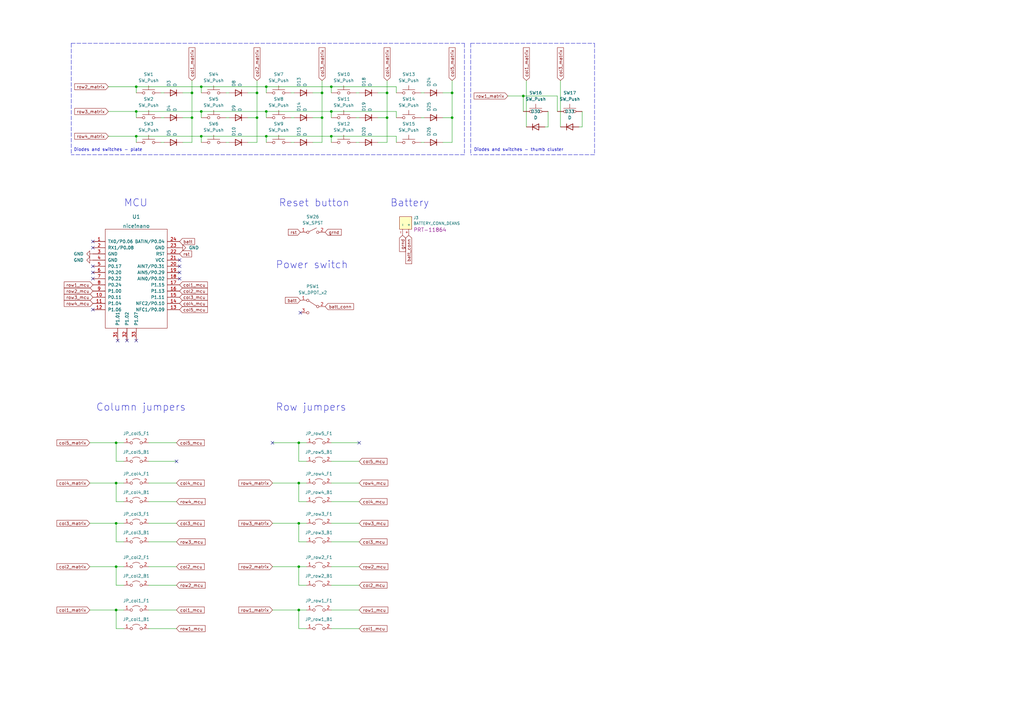
<source format=kicad_sch>
(kicad_sch (version 20211123) (generator eeschema)
  (paper "A3")
  (title_block (title "Enzo Wireless") (rev "0.1"))
  (lib_symbols
    (symbol "Device:D" (pin_numbers hide) (pin_names (offset 1.016) hide)
      (property "Reference" "D" (at 0 2.54 0))
      (property "Value" "D" (at 0 -2.54 0))
      (symbol "D_0_1"
        (polyline (pts (xy -1.27 1.27) (xy -1.27 -1.27)) (stroke (width 0.254)))
        (polyline (pts (xy 1.27 0) (xy -1.27 0)))
        (polyline (pts (xy 1.27 1.27) (xy 1.27 -1.27) (xy -1.27 0) (xy 1.27 1.27)) (stroke (width 0.254)))
      )
      (symbol "D_1_1"
        (pin passive line (at -3.81 0 0) (length 2.54) (name "K") (number "1"))
        (pin passive line (at 3.81 0 180) (length 2.54) (name "A") (number "2"))
      )
    )
    (symbol "Jumper:Jumper_2_Open" (pin_names (offset 0) hide)
      (property "Reference" "JP" (at 0 2.794 0))
      (property "Value" "Jumper_2_Open" (at 0 -2.286 0))
      (symbol "Jumper_2_Open_0_0"
        (circle (center -2.032 0) (radius 0.508))
        (circle (center 2.032 0) (radius 0.508))
      )
      (symbol "Jumper_2_Open_0_1"
        (arc (start 1.524 1.27) (mid 0 1.778) (end -1.524 1.27))
      )
      (symbol "Jumper_2_Open_1_1"
        (pin passive line (at -5.08 0 0) (length 2.54) (name "A") (number "1"))
        (pin passive line (at 5.08 0 180) (length 2.54) (name "B") (number "2"))
      )
    )
    (symbol "SparkFun-Connectors:BATTERY_CONN_DEANS" (pin_names (offset 1.016))
      (property "Reference" "J" (at -5.08 5.08 0))
      (property "Value" "BATTERY_CONN_DEANS" (at -5.08 -3.81 0))
      (property "Field4" "PRT-11864" (at 0 8.89 0))
      (symbol "BATTERY_CONN_DEANS_0_1"
        (rectangle (start 0 3.81) (end -5.08 -1.27) (fill (type background)))
      )
      (symbol "BATTERY_CONN_DEANS_1_1"
        (pin passive line (at 2.54 2.54 180) (length 2.54) (name "+") (number "+"))
        (pin passive line (at 2.54 0 180) (length 2.54) (name "-") (number "-"))
      )
    )
    (symbol "Switch:SW_Push" (pin_numbers hide) (pin_names hide)
      (property "Reference" "SW" (at 1.27 2.54 0))
      (property "Value" "SW_Push" (at 0 -1.524 0))
      (symbol "SW_Push_0_1"
        (circle (center -2.032 0) (radius 0.508))
        (polyline (pts (xy 0 1.27) (xy 0 3.048)))
        (polyline (pts (xy 2.54 1.27) (xy -2.54 1.27)))
        (circle (center 2.032 0) (radius 0.508))
        (pin passive line (at -5.08 0 0) (length 2.54) (name "1") (number "1"))
        (pin passive line (at 5.08 0 180) (length 2.54) (name "2") (number "2"))
      )
    )
    (symbol "Switch:SW_SPST" (pin_names (offset 0) hide)
      (property "Reference" "SW" (at 0 3.175 0))
      (property "Value" "SW_SPST" (at 0 -2.54 0))
      (symbol "SW_SPST_0_0"
        (circle (center -2.032 0) (radius 0.508))
        (polyline (pts (xy -1.524 0.254) (xy 1.524 1.778)))
        (circle (center 2.032 0) (radius 0.508))
      )
      (symbol "SW_SPST_1_1"
        (pin passive line (at -5.08 0 0) (length 2.54) (name "A") (number "1"))
        (pin passive line (at 5.08 0 180) (length 2.54) (name "B") (number "2"))
      )
    )
    (symbol "jiran-ble:SW_DPDT" (pin_names hide)
      (property "Reference" "SW" (at 0 7.62 0))
      (property "Value" "SW_DPDT" (at 0 5.715 0))
      (symbol "SW_DPDT_0_0"
        (circle (center -3.302 0) (radius 0.508))
        (circle (center 0.762 -2.54) (radius 0.508))
      )
      (symbol "SW_DPDT_0_1"
        (polyline (pts (xy -2.794 0.254) (xy 0.381 2.286)))
        (circle (center 0.762 2.54) (radius 0.508))
      )
      (symbol "SW_DPDT_1_1"
        (pin passive line (at 3.81 2.54 180) (length 2.54) (name "A") (number "1"))
        (pin passive line (at -6.35 0 0) (length 2.54) (name "B") (number "2"))
        (pin passive line (at 3.81 -2.54 180) (length 2.54) (name "C") (number "3"))
      )
    )
    (symbol "nice_nano:nice_nano" (pin_names (offset 1.016))
      (property "Reference" "U" (at 0 0 0))
      (property "Value" "nice_nano" (at 0 2.54 0))
      (symbol "nice_nano_0_1"
        (rectangle (start -12.7 -21.59) (end 12.7 19.05))
      )
      (symbol "nice_nano_1_1"
        (pin input line (at -17.78 13.97 0) (length 5.08) (name "TX0/P0.06") (number "1"))
        (pin input line (at -17.78 -8.89 0) (length 5.08) (name "P0.11") (number "10"))
        (pin input line (at -17.78 -11.43 0) (length 5.08) (name "P1.04") (number "11"))
        (pin input line (at -17.78 -13.97 0) (length 5.08) (name "P1.06") (number "12"))
        (pin input line (at 17.78 -13.97 180) (length 5.08) (name "NFC1/P0.09") (number "13"))
        (pin input line (at 17.78 -11.43 180) (length 5.08) (name "NFC2/P0.10") (number "14"))
        (pin input line (at 17.78 -8.89 180) (length 5.08) (name "P1.11") (number "15"))
        (pin input line (at 17.78 -6.35 180) (length 5.08) (name "P1.13") (number "16"))
        (pin input line (at 17.78 -3.81 180) (length 5.08) (name "P1.15") (number "17"))
        (pin input line (at 17.78 -1.27 180) (length 5.08) (name "AIN0/P0.02") (number "18"))
        (pin input line (at 17.78 1.27 180) (length 5.08) (name "AIN5/P0.29") (number "19"))
        (pin input line (at -17.78 11.43 0) (length 5.08) (name "RX1/P0.08") (number "2"))
        (pin input line (at 17.78 3.81 180) (length 5.08) (name "AIN7/P0.31") (number "20"))
        (pin input line (at 17.78 6.35 180) (length 5.08) (name "VCC") (number "21"))
        (pin input line (at 17.78 8.89 180) (length 5.08) (name "RST") (number "22"))
        (pin input line (at 17.78 11.43 180) (length 5.08) (name "GND") (number "23"))
        (pin input line (at 17.78 13.97 180) (length 5.08) (name "BATIN/P0.04") (number "24"))
        (pin input line (at -17.78 8.89 0) (length 5.08) (name "GND") (number "3"))
        (pin input line (at -7.62 -26.67 90) (length 5.08) (name "P1.01") (number "31"))
        (pin input line (at -3.81 -26.67 90) (length 5.08) (name "P1.02") (number "32"))
        (pin input line (at 0 -26.67 90) (length 5.08) (name "P1.07") (number "33"))
        (pin input line (at -17.78 6.35 0) (length 5.08) (name "GND") (number "4"))
        (pin input line (at -17.78 3.81 0) (length 5.08) (name "P0.17") (number "5"))
        (pin input line (at -17.78 1.27 0) (length 5.08) (name "P0.20") (number "6"))
        (pin input line (at -17.78 -1.27 0) (length 5.08) (name "P0.22") (number "7"))
        (pin input line (at -17.78 -3.81 0) (length 5.08) (name "P0.24") (number "8"))
        (pin input line (at -17.78 -6.35 0) (length 5.08) (name "P1.00") (number "9"))
      )
    )
    (symbol "power:GND" (power) (pin_names (offset 0))
      (property "Value" "GND" (at 0 -3.81 0))
      (symbol "GND_0_1"
        (polyline (pts (xy 0 0) (xy 0 -1.27) (xy 1.27 -1.27) (xy 0 -2.54) (xy -1.27 -1.27) (xy 0 -1.27)))
      )
      (symbol "GND_1_1"
        (pin power_in line (at 0 0 270) (length 0) hide (name "GND") (number "1"))
      )
    )
  )
  (junction (at 109.22 45.72))
  (junction (at 214.63 39.37))
  (junction (at 82.55 55.88))
  (junction (at 122.555 198.12))
  (junction (at 47.625 232.41))
  (junction (at 55.88 55.88))
  (junction (at 47.625 250.19))
  (junction (at 122.555 232.41))
  (junction (at 105.41 38.1))
  (junction (at 109.22 35.56))
  (junction (at 185.42 38.1))
  (junction (at 135.89 55.88))
  (junction (at 82.55 35.56))
  (junction (at 132.08 38.1))
  (junction (at 158.75 38.1))
  (junction (at 132.08 48.26))
  (junction (at 47.625 214.63))
  (junction (at 135.89 45.72))
  (junction (at 122.555 250.19))
  (junction (at 185.42 48.26))
  (junction (at 47.625 198.12))
  (junction (at 82.55 45.72))
  (junction (at 109.22 55.88))
  (junction (at 135.89 35.56))
  (junction (at 47.625 181.61))
  (junction (at 78.74 38.1))
  (junction (at 105.41 48.26))
  (junction (at 122.555 214.63))
  (junction (at 55.88 35.56))
  (junction (at 158.75 48.26))
  (junction (at 55.88 45.72))
  (junction (at 122.555 181.61))
  (junction (at 78.74 48.26))
  (no_connect (at 123.19 128.27))
  (no_connect (at 73.66 109.22))
  (no_connect (at 38.1 109.22))
  (no_connect (at 38.1 111.76))
  (no_connect (at 38.1 114.3))
  (no_connect (at 73.66 111.76))
  (no_connect (at 73.66 114.3))
  (no_connect (at 38.1 127))
  (no_connect (at 38.1 99.06))
  (no_connect (at 38.1 101.6))
  (no_connect (at 147.32 181.61))
  (no_connect (at 55.88 139.7))
  (no_connect (at 52.07 139.7))
  (no_connect (at 48.26 139.7))
  (no_connect (at 111.76 181.61))
  (no_connect (at 73.66 106.68))
  (no_connect (at 72.39 189.23))
  (wire (pts (xy 50.8 189.23) (xy 47.625 189.23)))
  (wire (pts (xy 146.05 38.1) (xy 147.32 38.1)))
  (wire (pts (xy 185.42 48.26) (xy 185.42 58.42)))
  (wire (pts (xy 181.61 48.26) (xy 185.42 48.26)))
  (wire (pts (xy 111.76 181.61) (xy 122.555 181.61)))
  (wire (pts (xy 109.22 58.42) (xy 109.22 55.88)))
  (wire (pts (xy 60.96 240.03) (xy 72.39 240.03)))
  (wire (pts (xy 122.555 181.61) (xy 125.73 181.61)))
  (wire (pts (xy 135.89 45.72) (xy 162.56 45.72)))
  (wire (pts (xy 55.88 35.56) (xy 82.55 35.56)))
  (wire (pts (xy 229.87 33.02) (xy 229.87 52.07)))
  (wire (pts (xy 55.88 58.42) (xy 55.88 55.88)))
  (wire (pts (xy 82.55 45.72) (xy 109.22 45.72)))
  (wire (pts (xy 215.9 33.02) (xy 215.9 52.07)))
  (wire (pts (xy 109.22 55.88) (xy 135.89 55.88)))
  (wire (pts (xy 158.75 38.1) (xy 158.75 48.26)))
  (wire (pts (xy 60.96 232.41) (xy 72.39 232.41)))
  (wire (pts (xy 111.76 232.41) (xy 122.555 232.41)))
  (wire (pts (xy 47.625 232.41) (xy 50.8 232.41)))
  (wire (pts (xy 92.71 58.42) (xy 93.98 58.42)))
  (wire (pts (xy 82.55 38.1) (xy 82.55 35.56)))
  (wire (pts (xy 228.6 39.37) (xy 228.6 45.72)))
  (wire (pts (xy 109.22 38.1) (xy 109.22 35.56)))
  (wire (pts (xy 128.27 48.26) (xy 132.08 48.26)))
  (wire (pts (xy 135.89 58.42) (xy 135.89 55.88)))
  (wire (pts (xy 135.89 222.25) (xy 147.32 222.25)))
  (wire (pts (xy 66.04 38.1) (xy 67.31 38.1)))
  (wire (pts (xy 55.88 38.1) (xy 55.88 35.56)))
  (wire (pts (xy 105.41 38.1) (xy 105.41 48.26)))
  (wire (pts (xy 36.83 214.63) (xy 47.625 214.63)))
  (wire (pts (xy 105.41 33.02) (xy 105.41 38.1)))
  (wire (pts (xy 181.61 58.42) (xy 185.42 58.42)))
  (wire (pts (xy 125.73 205.74) (xy 122.555 205.74)))
  (wire (pts (xy 47.625 198.12) (xy 50.8 198.12)))
  (wire (pts (xy 47.625 257.81) (xy 50.8 257.81)))
  (wire (pts (xy 60.96 189.23) (xy 72.39 189.23)))
  (wire (pts (xy 122.555 198.12) (xy 125.73 198.12)))
  (wire (pts (xy 162.56 48.26) (xy 162.56 45.72)))
  (wire (pts (xy 122.555 189.23) (xy 122.555 181.61)))
  (wire (pts (xy 154.94 48.26) (xy 158.75 48.26)))
  (wire (pts (xy 135.89 232.41) (xy 147.32 232.41)))
  (wire (pts (xy 78.74 48.26) (xy 78.74 58.42)))
  (wire (pts (xy 105.41 48.26) (xy 105.41 58.42)))
  (wire (pts (xy 82.55 58.42) (xy 82.55 55.88)))
  (wire (pts (xy 122.555 222.25) (xy 122.555 214.63)))
  (wire (pts (xy 82.55 35.56) (xy 109.22 35.56)))
  (wire (pts (xy 135.89 257.81) (xy 147.32 257.81)))
  (wire (pts (xy 185.42 38.1) (xy 185.42 48.26)))
  (wire (pts (xy 125.73 240.03) (xy 122.555 240.03)))
  (wire (pts (xy 36.83 198.12) (xy 47.625 198.12)))
  (wire (pts (xy 162.56 58.42) (xy 162.56 55.88)))
  (wire (pts (xy 36.83 181.61) (xy 47.625 181.61)))
  (wire (pts (xy 50.8 222.25) (xy 47.625 222.25)))
  (wire (pts (xy 128.27 58.42) (xy 132.08 58.42)))
  (wire (pts (xy 128.27 38.1) (xy 132.08 38.1)))
  (wire (pts (xy 135.89 181.61) (xy 147.32 181.61)))
  (wire (pts (xy 66.04 58.42) (xy 67.31 58.42)))
  (wire (pts (xy 122.555 214.63) (xy 125.73 214.63)))
  (wire (pts (xy 60.96 205.74) (xy 72.39 205.74)))
  (wire (pts (xy 132.08 38.1) (xy 132.08 48.26)))
  (wire (pts (xy 82.55 55.88) (xy 109.22 55.88)))
  (wire (pts (xy 47.625 250.19) (xy 47.625 257.81)))
  (wire (pts (xy 78.74 33.02) (xy 78.74 38.1)))
  (polyline (pts (xy 190.5 17.78) (xy 190.5 63.5)))
  (wire (pts (xy 172.72 48.26) (xy 173.99 48.26)))
  (wire (pts (xy 214.63 39.37) (xy 228.6 39.37)))
  (wire (pts (xy 162.56 38.1) (xy 162.56 35.56)))
  (polyline (pts (xy 243.84 17.78) (xy 243.84 63.5)))
  (wire (pts (xy 135.89 189.23) (xy 147.32 189.23)))
  (wire (pts (xy 74.93 58.42) (xy 78.74 58.42)))
  (wire (pts (xy 135.89 205.74) (xy 147.32 205.74)))
  (wire (pts (xy 47.625 181.61) (xy 50.8 181.61)))
  (wire (pts (xy 55.88 48.26) (xy 55.88 45.72)))
  (wire (pts (xy 47.625 189.23) (xy 47.625 181.61)))
  (wire (pts (xy 135.89 38.1) (xy 135.89 35.56)))
  (wire (pts (xy 78.74 38.1) (xy 78.74 48.26)))
  (wire (pts (xy 92.71 48.26) (xy 93.98 48.26)))
  (wire (pts (xy 66.04 48.26) (xy 67.31 48.26)))
  (wire (pts (xy 55.88 55.88) (xy 82.55 55.88)))
  (wire (pts (xy 109.22 35.56) (xy 135.89 35.56)))
  (wire (pts (xy 60.96 257.81) (xy 72.39 257.81)))
  (wire (pts (xy 181.61 38.1) (xy 185.42 38.1)))
  (wire (pts (xy 47.625 205.74) (xy 47.625 198.12)))
  (polyline (pts (xy 190.5 63.5) (xy 29.21 63.5)))
  (wire (pts (xy 109.22 48.26) (xy 109.22 45.72)))
  (wire (pts (xy 208.28 39.37) (xy 214.63 39.37)))
  (wire (pts (xy 125.73 189.23) (xy 122.555 189.23)))
  (wire (pts (xy 119.38 58.42) (xy 120.65 58.42)))
  (polyline (pts (xy 29.21 17.78) (xy 190.5 17.78)))
  (wire (pts (xy 238.76 52.07) (xy 237.49 52.07)))
  (wire (pts (xy 122.555 250.19) (xy 122.555 257.81)))
  (polyline (pts (xy 243.84 63.5) (xy 193.04 63.5)))
  (wire (pts (xy 122.555 257.81) (xy 125.73 257.81)))
  (wire (pts (xy 101.6 58.42) (xy 105.41 58.42)))
  (wire (pts (xy 36.83 232.41) (xy 47.625 232.41)))
  (wire (pts (xy 146.05 58.42) (xy 147.32 58.42)))
  (wire (pts (xy 119.38 38.1) (xy 120.65 38.1)))
  (wire (pts (xy 172.72 58.42) (xy 173.99 58.42)))
  (polyline (pts (xy 29.21 17.78) (xy 29.21 63.5)))
  (wire (pts (xy 109.22 45.72) (xy 135.89 45.72)))
  (wire (pts (xy 50.8 205.74) (xy 47.625 205.74)))
  (wire (pts (xy 119.38 48.26) (xy 120.65 48.26)))
  (wire (pts (xy 135.89 240.03) (xy 147.32 240.03)))
  (wire (pts (xy 135.89 48.26) (xy 135.89 45.72)))
  (wire (pts (xy 214.63 39.37) (xy 214.63 45.72)))
  (wire (pts (xy 111.76 214.63) (xy 122.555 214.63)))
  (wire (pts (xy 44.45 45.72) (xy 55.88 45.72)))
  (wire (pts (xy 132.08 48.26) (xy 132.08 58.42)))
  (wire (pts (xy 50.8 240.03) (xy 47.625 240.03)))
  (wire (pts (xy 60.96 222.25) (xy 72.39 222.25)))
  (wire (pts (xy 122.555 240.03) (xy 122.555 232.41)))
  (wire (pts (xy 135.89 250.19) (xy 147.32 250.19)))
  (wire (pts (xy 74.93 48.26) (xy 78.74 48.26)))
  (wire (pts (xy 224.79 52.07) (xy 223.52 52.07)))
  (wire (pts (xy 135.89 55.88) (xy 162.56 55.88)))
  (polyline (pts (xy 193.04 17.78) (xy 243.84 17.78)))
  (wire (pts (xy 135.89 198.12) (xy 147.32 198.12)))
  (wire (pts (xy 185.42 33.02) (xy 185.42 38.1)))
  (wire (pts (xy 146.05 48.26) (xy 147.32 48.26)))
  (wire (pts (xy 60.96 214.63) (xy 72.39 214.63)))
  (wire (pts (xy 82.55 48.26) (xy 82.55 45.72)))
  (wire (pts (xy 55.88 45.72) (xy 82.55 45.72)))
  (wire (pts (xy 135.89 214.63) (xy 147.32 214.63)))
  (wire (pts (xy 135.89 35.56) (xy 162.56 35.56)))
  (wire (pts (xy 154.94 38.1) (xy 158.75 38.1)))
  (wire (pts (xy 47.625 214.63) (xy 50.8 214.63)))
  (wire (pts (xy 111.76 250.19) (xy 122.555 250.19)))
  (wire (pts (xy 36.83 250.19) (xy 47.625 250.19)))
  (wire (pts (xy 101.6 48.26) (xy 105.41 48.26)))
  (wire (pts (xy 238.76 45.72) (xy 238.76 52.07)))
  (wire (pts (xy 74.93 38.1) (xy 78.74 38.1)))
  (wire (pts (xy 224.79 45.72) (xy 224.79 52.07)))
  (wire (pts (xy 132.08 33.02) (xy 132.08 38.1)))
  (wire (pts (xy 47.625 222.25) (xy 47.625 214.63)))
  (wire (pts (xy 122.555 250.19) (xy 125.73 250.19)))
  (wire (pts (xy 122.555 205.74) (xy 122.555 198.12)))
  (wire (pts (xy 158.75 33.02) (xy 158.75 38.1)))
  (wire (pts (xy 101.6 38.1) (xy 105.41 38.1)))
  (wire (pts (xy 44.45 35.56) (xy 55.88 35.56)))
  (wire (pts (xy 111.76 198.12) (xy 122.555 198.12)))
  (wire (pts (xy 92.71 38.1) (xy 93.98 38.1)))
  (wire (pts (xy 154.94 58.42) (xy 158.75 58.42)))
  (wire (pts (xy 60.96 198.12) (xy 72.39 198.12)))
  (wire (pts (xy 125.73 222.25) (xy 122.555 222.25)))
  (wire (pts (xy 60.96 250.19) (xy 72.39 250.19)))
  (wire (pts (xy 44.45 55.88) (xy 55.88 55.88)))
  (wire (pts (xy 47.625 250.19) (xy 50.8 250.19)))
  (wire (pts (xy 172.72 38.1) (xy 173.99 38.1)))
  (polyline (pts (xy 193.04 17.78) (xy 193.04 63.5)))
  (wire (pts (xy 60.96 181.61) (xy 72.39 181.61)))
  (wire (pts (xy 122.555 232.41) (xy 125.73 232.41)))
  (wire (pts (xy 158.75 48.26) (xy 158.75 58.42)))
  (wire (pts (xy 47.625 240.03) (xy 47.625 232.41)))
  (text "MCU" (at 50.8 85.09 0) (effects (font (size 3 3)) (justify left bottom)))
  (text "Battery" (at 160.02 85.09 0) (effects (font (size 3 3)) (justify left bottom)))
  (text "Column jumpers" (at 39.37 168.91 0) (effects (font (size 3 3)) (justify left bottom)))
  (text "Diodes and switches - plate" (at 58.42 62.23 180) (effects (font (size 1.27 1.27)) (justify right bottom)))
  (text "Reset button" (at 114.3 85.09 0) (effects (font (size 3 3)) (justify left bottom)))
  (text "Row jumpers" (at 113.03 168.91 0) (effects (font (size 3 3)) (justify left bottom)))
  (text "Power switch" (at 113.03 110.49 0) (effects (font (size 3 3)) (justify left bottom)))
  (text "Diodes and switches - thumb cluster" (at 231.14 62.23 180) (effects (font (size 1.27 1.27)) (justify right bottom)))
  (global_label "col3_mcu" (shape input) (at 147.32 222.25 0) (property "Intersheet References" "${INTERSHEET_REFS}" (effects hide)))
  (global_label "col4_mcu" (shape input) (at 147.32 205.74 0) (property "Intersheet References" "${INTERSHEET_REFS}" (effects hide)))
  (global_label "row2_mcu" (shape input) (at 72.39 240.03 0) (property "Intersheet References" "${INTERSHEET_REFS}" (effects hide)))
  (global_label "col5_mcu" (shape input) (at 147.32 189.23 0) (property "Intersheet References" "${INTERSHEET_REFS}" (effects hide)))
  (global_label "col5_mcu" (shape input) (at 73.66 127 0) (property "Intersheet References" "${INTERSHEET_REFS}" (effects hide)))
  (global_label "row3_matrix" (shape input) (at 111.76 214.63 180) (property "Intersheet References" "${INTERSHEET_REFS}" (effects hide)))
  (global_label "col5_mcu" (shape input) (at 72.39 181.61 0) (property "Intersheet References" "${INTERSHEET_REFS}" (effects hide)))
  (global_label "grnd" (shape input) (at 133.35 95.25 0) (property "Intersheet References" "${INTERSHEET_REFS}" (effects hide)))
  (global_label "col1_matrix" (shape input) (at 215.9 33.02 90) (property "Intersheet References" "${INTERSHEET_REFS}" (effects hide)))
  (global_label "col5_matrix" (shape input) (at 36.83 181.61 180) (property "Intersheet References" "${INTERSHEET_REFS}" (effects hide)))
  (global_label "row2_mcu" (shape input) (at 38.1 119.38 180) (property "Intersheet References" "${INTERSHEET_REFS}" (effects hide)))
  (global_label "col3_matrix" (shape input) (at 229.87 33.02 90) (property "Intersheet References" "${INTERSHEET_REFS}" (effects hide)))
  (global_label "rst" (shape input) (at 73.66 104.14 0) (property "Intersheet References" "${INTERSHEET_REFS}" (effects hide)))
  (global_label "batt" (shape input) (at 73.66 99.06 0) (property "Intersheet References" "${INTERSHEET_REFS}" (effects hide)))
  (global_label "row1_matrix" (shape input) (at 111.76 250.19 180) (property "Intersheet References" "${INTERSHEET_REFS}" (effects hide)))
  (global_label "col1_mcu" (shape input) (at 72.39 250.19 0) (property "Intersheet References" "${INTERSHEET_REFS}" (effects hide)))
  (global_label "row3_mcu" (shape input) (at 147.32 214.63 0) (property "Intersheet References" "${INTERSHEET_REFS}" (effects hide)))
  (global_label "row4_matrix" (shape input) (at 111.76 198.12 180) (property "Intersheet References" "${INTERSHEET_REFS}" (effects hide)))
  (global_label "batt" (shape input) (at 123.19 123.19 180) (property "Intersheet References" "${INTERSHEET_REFS}" (effects hide)))
  (global_label "col3_mcu" (shape input) (at 72.39 214.63 0) (property "Intersheet References" "${INTERSHEET_REFS}" (effects hide)))
  (global_label "row2_matrix" (shape input) (at 44.45 35.56 180) (property "Intersheet References" "${INTERSHEET_REFS}" (effects hide)))
  (global_label "col2_matrix" (shape input) (at 105.41 33.02 90) (property "Intersheet References" "${INTERSHEET_REFS}" (effects hide)))
  (global_label "col4_matrix" (shape input) (at 36.83 198.12 180) (property "Intersheet References" "${INTERSHEET_REFS}" (effects hide)))
  (global_label "row1_matrix" (shape input) (at 208.28 39.37 180) (property "Intersheet References" "${INTERSHEET_REFS}" (effects hide)))
  (global_label "col3_matrix" (shape input) (at 132.08 33.02 90) (property "Intersheet References" "${INTERSHEET_REFS}" (effects hide)))
  (global_label "col1_matrix" (shape input) (at 36.83 250.19 180) (property "Intersheet References" "${INTERSHEET_REFS}" (effects hide)))
  (global_label "row4_mcu" (shape input) (at 38.1 124.46 180) (property "Intersheet References" "${INTERSHEET_REFS}" (effects hide)))
  (global_label "col3_mcu" (shape input) (at 73.66 121.92 0) (property "Intersheet References" "${INTERSHEET_REFS}" (effects hide)))
  (global_label "batt_conn" (shape input) (at 133.35 125.73 0) (property "Intersheet References" "${INTERSHEET_REFS}" (effects hide)))
  (global_label "col1_mcu" (shape input) (at 73.66 116.84 0) (property "Intersheet References" "${INTERSHEET_REFS}" (effects hide)))
  (global_label "col1_mcu" (shape input) (at 147.32 257.81 0) (property "Intersheet References" "${INTERSHEET_REFS}" (effects hide)))
  (global_label "batt_conn" (shape input) (at 167.64 96.52 270) (property "Intersheet References" "${INTERSHEET_REFS}" (effects hide)))
  (global_label "row3_mcu" (shape input) (at 72.39 222.25 0) (property "Intersheet References" "${INTERSHEET_REFS}" (effects hide)))
  (global_label "row3_matrix" (shape input) (at 44.45 45.72 180) (property "Intersheet References" "${INTERSHEET_REFS}" (effects hide)))
  (global_label "col2_matrix" (shape input) (at 36.83 232.41 180) (property "Intersheet References" "${INTERSHEET_REFS}" (effects hide)))
  (global_label "row3_mcu" (shape input) (at 38.1 121.92 180) (property "Intersheet References" "${INTERSHEET_REFS}" (effects hide)))
  (global_label "col5_matrix" (shape input) (at 185.42 33.02 90) (property "Intersheet References" "${INTERSHEET_REFS}" (effects hide)))
  (global_label "col2_mcu" (shape input) (at 72.39 232.41 0) (property "Intersheet References" "${INTERSHEET_REFS}" (effects hide)))
  (global_label "row4_matrix" (shape input) (at 44.45 55.88 180) (property "Intersheet References" "${INTERSHEET_REFS}" (effects hide)))
  (global_label "col4_mcu" (shape input) (at 73.66 124.46 0) (property "Intersheet References" "${INTERSHEET_REFS}" (effects hide)))
  (global_label "col3_matrix" (shape input) (at 36.83 214.63 180) (property "Intersheet References" "${INTERSHEET_REFS}" (effects hide)))
  (global_label "col2_mcu" (shape input) (at 147.32 240.03 0) (property "Intersheet References" "${INTERSHEET_REFS}" (effects hide)))
  (global_label "grnd" (shape input) (at 165.1 96.52 270) (property "Intersheet References" "${INTERSHEET_REFS}" (effects hide)))
  (global_label "row1_mcu" (shape input) (at 147.32 250.19 0) (property "Intersheet References" "${INTERSHEET_REFS}" (effects hide)))
  (global_label "col2_mcu" (shape input) (at 73.66 119.38 0) (property "Intersheet References" "${INTERSHEET_REFS}" (effects hide)))
  (global_label "row4_mcu" (shape input) (at 72.39 205.74 0) (property "Intersheet References" "${INTERSHEET_REFS}" (effects hide)))
  (global_label "row4_mcu" (shape input) (at 147.32 198.12 0) (property "Intersheet References" "${INTERSHEET_REFS}" (effects hide)))
  (global_label "row1_mcu" (shape input) (at 38.1 116.84 180) (property "Intersheet References" "${INTERSHEET_REFS}" (effects hide)))
  (global_label "row1_mcu" (shape input) (at 72.39 257.81 0) (property "Intersheet References" "${INTERSHEET_REFS}" (effects hide)))
  (global_label "col1_matrix" (shape input) (at 78.74 33.02 90) (property "Intersheet References" "${INTERSHEET_REFS}" (effects hide)))
  (global_label "row2_matrix" (shape input) (at 111.76 232.41 180) (property "Intersheet References" "${INTERSHEET_REFS}" (effects hide)))
  (global_label "rst" (shape input) (at 123.19 95.25 180) (property "Intersheet References" "${INTERSHEET_REFS}" (effects hide)))
  (global_label "col4_matrix" (shape input) (at 158.75 33.02 90) (property "Intersheet References" "${INTERSHEET_REFS}" (effects hide)))
  (global_label "row2_mcu" (shape input) (at 147.32 232.41 0) (property "Intersheet References" "${INTERSHEET_REFS}" (effects hide)))
  (global_label "col4_mcu" (shape input) (at 72.39 198.12 0) (property "Intersheet References" "${INTERSHEET_REFS}" (effects hide)))
  (symbol (lib_id "Device:D") (at 177.8 48.26 180) (unit 1)
    (property "Reference" "D25" (at 175.895 45.72 90) (effects (justify right)))
    (property "Value" "D" (at 178.435 45.72 90) (effects (justify right)))
    (property "Footprint" "local-libraries:D_1206_handsolder_reversible" (effects hide))
  )
  (symbol (lib_id "Device:D") (at 151.13 58.42 180) (unit 1)
    (property "Reference" "D20" (at 149.225 55.88 90) (effects (justify right)))
    (property "Value" "D" (at 151.765 55.88 90) (effects (justify right)))
    (property "Footprint" "local-libraries:D_1206_handsolder_reversible" (effects hide))
  )
  (symbol (lib_id "power:GND") (at 38.1 104.14 270) (unit 1)
    (property "Reference" "#PWR0102" (effects hide))
    (property "Value" "GND" (at 34.29 104.1399 90) (effects (justify right)))
  )
  (symbol (lib_id "Jumper:Jumper_2_Open") (at 130.81 198.12 0) (unit 1)
    (property "Reference" "JP_row4_F1" (at 130.81 194.31 0))
    (property "Value" "Jumper_2_Open" (effects hide))
    (property "Footprint" "local-libraries:SolderJumper-2_P1.3mm_Open_RoundedPad1.0x1.5mm" (effects hide))
  )
  (symbol (lib_id "Jumper:Jumper_2_Open") (at 130.81 232.41 0) (unit 1)
    (property "Reference" "JP_row2_F1" (at 130.81 228.6 0))
    (property "Value" "Jumper_2_Open" (effects hide))
    (property "Footprint" "local-libraries:SolderJumper-2_P1.3mm_Open_RoundedPad1.0x1.5mm" (effects hide))
  )
  (symbol (lib_id "Switch:SW_Push") (at 87.63 58.42 0) (unit 1)
    (property "Reference" "SW6" (at 87.63 50.8 0))
    (property "Value" "SW_Push" (at 87.63 53.34 0))
    (property "Footprint" "local-libraries:SW_MX_choc" (effects hide))
  )
  (symbol (lib_id "Switch:SW_Push") (at 60.96 38.1 0) (unit 1)
    (property "Reference" "SW1" (at 60.96 30.48 0))
    (property "Value" "SW_Push" (at 60.96 33.02 0))
    (property "Footprint" "local-libraries:SW_MX_choc" (effects hide))
  )
  (symbol (lib_id "Switch:SW_Push") (at 140.97 38.1 0) (unit 1)
    (property "Reference" "SW10" (at 140.97 30.48 0))
    (property "Value" "SW_Push" (at 140.97 33.02 0))
    (property "Footprint" "local-libraries:SW_MX_choc" (effects hide))
  )
  (symbol (lib_id "Jumper:Jumper_2_Open") (at 55.88 240.03 0) (unit 1)
    (property "Reference" "JP_col2_B1" (at 55.88 236.22 0))
    (property "Value" "Jumper_2_Open" (effects hide))
    (property "Footprint" "local-libraries:SolderJumper-2_P1.3mm_Open_RoundedPad1.0x1.5mm" (effects hide))
  )
  (symbol (lib_id "Switch:SW_Push") (at 167.64 58.42 0) (unit 1)
    (property "Reference" "SW15" (at 167.64 50.8 0))
    (property "Value" "SW_Push" (at 167.64 53.34 0))
    (property "Footprint" "local-libraries:SW_MX_choc" (effects hide))
  )
  (symbol (lib_id "Jumper:Jumper_2_Open") (at 55.88 232.41 0) (unit 1)
    (property "Reference" "JP_col2_F1" (at 55.88 228.6 0))
    (property "Value" "Jumper_2_Open" (effects hide))
    (property "Footprint" "local-libraries:SolderJumper-2_P1.3mm_Open_RoundedPad1.0x1.5mm" (effects hide))
  )
  (symbol (lib_id "Jumper:Jumper_2_Open") (at 55.88 181.61 0) (unit 1)
    (property "Reference" "JP_col5_F1" (at 55.88 177.8 0))
    (property "Value" "Jumper_2_Open" (effects hide))
    (property "Footprint" "local-libraries:SolderJumper-2_P1.3mm_Open_RoundedPad1.0x1.5mm" (effects hide))
  )
  (symbol (lib_id "Switch:SW_Push") (at 114.3 38.1 0) (unit 1)
    (property "Reference" "SW7" (at 114.3 30.48 0))
    (property "Value" "SW_Push" (at 114.3 33.02 0))
    (property "Footprint" "local-libraries:SW_MX_choc" (effects hide))
  )
  (symbol (lib_id "Jumper:Jumper_2_Open") (at 55.88 198.12 0) (unit 1)
    (property "Reference" "JP_col4_F1" (at 55.88 194.31 0))
    (property "Value" "Jumper_2_Open" (effects hide))
    (property "Footprint" "local-libraries:SolderJumper-2_P1.3mm_Open_RoundedPad1.0x1.5mm" (effects hide))
  )
  (symbol (lib_id "SparkFun-Connectors:BATTERY_CONN_DEANS") (at 165.1 93.98 270) (unit 1)
    (property "Reference" "J3" (at 169.545 89.3095 90) (effects (font (size 1.143 1.143)) (justify left)))
    (property "Value" "BATTERY_CONN_DEANS" (at 169.545 91.6181 90) (effects (font (size 1.143 1.143)) (justify left)))
    (property "Footprint" "local-libraries:battery_connector_THT" (effects hide))
    (property "Field4" "PRT-11864" (at 169.545 94.2691 90) (effects (font (size 1.524 1.524)) (justify left)))
  )
  (symbol (lib_id "Jumper:Jumper_2_Open") (at 55.88 222.25 0) (unit 1)
    (property "Reference" "JP_col3_B1" (at 55.88 218.44 0))
    (property "Value" "Jumper_2_Open" (effects hide))
    (property "Footprint" "local-libraries:SolderJumper-2_P1.3mm_Open_RoundedPad1.0x1.5mm" (effects hide))
  )
  (symbol (lib_id "Device:D") (at 219.71 52.07 0) (unit 1)
    (property "Reference" "D30" (at 219.71 45.72 0))
    (property "Value" "D" (at 219.71 48.26 0))
    (property "Footprint" "local-libraries:D_1206_handsolder_reversible" (effects hide))
  )
  (symbol (lib_id "Jumper:Jumper_2_Open") (at 130.81 189.23 0) (unit 1)
    (property "Reference" "JP_row5_B1" (at 130.81 185.42 0))
    (property "Value" "Jumper_2_Open" (effects hide))
    (property "Footprint" "local-libraries:SolderJumper-2_P1.3mm_Open_RoundedPad1.0x1.5mm" (effects hide))
  )
  (symbol (lib_id "Device:D") (at 151.13 38.1 180) (unit 1)
    (property "Reference" "D18" (at 149.225 35.56 90) (effects (justify right)))
    (property "Value" "D" (at 151.765 35.56 90) (effects (justify right)))
    (property "Footprint" "local-libraries:D_1206_handsolder_reversible" (effects hide))
  )
  (symbol (lib_id "nice_nano:nice_nano") (at 55.88 113.03 0) (unit 1)
    (property "Reference" "U1" (at 55.88 88.9 0) (effects (font (size 1.524 1.524))))
    (property "Value" "nice!nano" (at 55.88 92.71 0) (effects (font (size 1.524 1.524))))
  )
  (symbol (lib_id "Device:D") (at 71.12 58.42 180) (unit 1)
    (property "Reference" "D5" (at 69.215 55.88 90) (effects (justify right)))
    (property "Value" "D" (at 71.755 55.88 90) (effects (justify right)))
    (property "Footprint" "local-libraries:D_1206_handsolder_reversible" (effects hide))
  )
  (symbol (lib_id "Switch:SW_Push") (at 60.96 48.26 0) (unit 1)
    (property "Reference" "SW2" (at 60.96 40.64 0))
    (property "Value" "SW_Push" (at 60.96 43.18 0))
    (property "Footprint" "local-libraries:SW_MX_choc" (effects hide))
  )
  (symbol (lib_id "jiran-ble:SW_DPDT") (at 127 125.73 0) (mirror y) (unit 1)
    (property "Reference" "PSW1" (at 128.27 117.475 0))
    (property "Value" "SW_DPDT_x2" (at 128.27 120.015 0))
    (property "Footprint" "local-libraries:Switch_MSK-12C01-07" (effects hide))
    (property "LCSC" "C431540" (effects hide))
  )
  (symbol (lib_id "Jumper:Jumper_2_Open") (at 55.88 205.74 0) (unit 1)
    (property "Reference" "JP_col4_B1" (at 55.88 201.93 0))
    (property "Value" "Jumper_2_Open" (effects hide))
    (property "Footprint" "local-libraries:SolderJumper-2_P1.3mm_Open_RoundedPad1.0x1.5mm" (effects hide))
  )
  (symbol (lib_id "Device:D") (at 124.46 48.26 180) (unit 1)
    (property "Reference" "D14" (at 122.555 45.72 90) (effects (justify right)))
    (property "Value" "D" (at 125.095 45.72 90) (effects (justify right)))
    (property "Footprint" "local-libraries:D_1206_handsolder_reversible" (effects hide))
  )
  (symbol (lib_id "Jumper:Jumper_2_Open") (at 55.88 257.81 0) (unit 1)
    (property "Reference" "JP_col1_B1" (at 55.88 254 0))
    (property "Value" "Jumper_2_Open" (effects hide))
    (property "Footprint" "local-libraries:SolderJumper-2_P1.3mm_Open_RoundedPad1.0x1.5mm" (effects hide))
  )
  (symbol (lib_id "Jumper:Jumper_2_Open") (at 130.81 205.74 0) (unit 1)
    (property "Reference" "JP_row4_B1" (at 130.81 201.93 0))
    (property "Value" "Jumper_2_Open" (effects hide))
    (property "Footprint" "local-libraries:SolderJumper-2_P1.3mm_Open_RoundedPad1.0x1.5mm" (effects hide))
  )
  (symbol (lib_id "Device:D") (at 177.8 58.42 180) (unit 1)
    (property "Reference" "D26" (at 175.895 55.88 90) (effects (justify right)))
    (property "Value" "D" (at 178.435 55.88 90) (effects (justify right)))
    (property "Footprint" "local-libraries:D_1206_handsolder_reversible" (effects hide))
  )
  (symbol (lib_id "Device:D") (at 97.79 48.26 180) (unit 1)
    (property "Reference" "D9" (at 95.885 45.72 90) (effects (justify right)))
    (property "Value" "D" (at 98.425 45.72 90) (effects (justify right)))
    (property "Footprint" "local-libraries:D_1206_handsolder_reversible" (effects hide))
  )
  (symbol (lib_id "Switch:SW_Push") (at 60.96 58.42 0) (unit 1)
    (property "Reference" "SW3" (at 60.96 50.8 0))
    (property "Value" "SW_Push" (at 60.96 53.34 0))
    (property "Footprint" "local-libraries:SW_MX_choc" (effects hide))
  )
  (symbol (lib_id "Device:D") (at 97.79 58.42 180) (unit 1)
    (property "Reference" "D10" (at 95.885 55.88 90) (effects (justify right)))
    (property "Value" "D" (at 98.425 55.88 90) (effects (justify right)))
    (property "Footprint" "local-libraries:D_1206_handsolder_reversible" (effects hide))
  )
  (symbol (lib_id "power:GND") (at 73.66 101.6 90) (unit 1)
    (property "Reference" "#PWR0103" (effects hide))
    (property "Value" "GND" (at 77.47 101.5999 90) (effects (justify right)))
  )
  (symbol (lib_id "Jumper:Jumper_2_Open") (at 130.81 222.25 0) (unit 1)
    (property "Reference" "JP_row3_B1" (at 130.81 218.44 0))
    (property "Value" "Jumper_2_Open" (effects hide))
    (property "Footprint" "local-libraries:SolderJumper-2_P1.3mm_Open_RoundedPad1.0x1.5mm" (effects hide))
  )
  (symbol (lib_id "Switch:SW_Push") (at 87.63 48.26 0) (unit 1)
    (property "Reference" "SW5" (at 87.63 40.64 0))
    (property "Value" "SW_Push" (at 87.63 43.18 0))
    (property "Footprint" "local-libraries:SW_MX_choc" (effects hide))
  )
  (symbol (lib_id "Jumper:Jumper_2_Open") (at 130.81 181.61 0) (unit 1)
    (property "Reference" "JP_row5_F1" (at 130.81 177.8 0))
    (property "Value" "Jumper_2_Open" (effects hide))
    (property "Footprint" "local-libraries:SolderJumper-2_P1.3mm_Open_RoundedPad1.0x1.5mm" (effects hide))
  )
  (symbol (lib_id "Switch:SW_Push") (at 167.64 38.1 0) (unit 1)
    (property "Reference" "SW13" (at 167.64 30.48 0))
    (property "Value" "SW_Push" (at 167.64 33.02 0))
    (property "Footprint" "local-libraries:SW_MX_choc" (effects hide))
  )
  (symbol (lib_id "Device:D") (at 71.12 48.26 180) (unit 1)
    (property "Reference" "D4" (at 69.215 45.72 90) (effects (justify right)))
    (property "Value" "D" (at 71.755 45.72 90) (effects (justify right)))
    (property "Footprint" "local-libraries:D_1206_handsolder_reversible" (effects hide))
  )
  (symbol (lib_id "Device:D") (at 177.8 38.1 180) (unit 1)
    (property "Reference" "D24" (at 175.895 35.56 90) (effects (justify right)))
    (property "Value" "D" (at 178.435 35.56 90) (effects (justify right)))
    (property "Footprint" "local-libraries:D_1206_handsolder_reversible" (effects hide))
  )
  (symbol (lib_id "Device:D") (at 124.46 38.1 180) (unit 1)
    (property "Reference" "D13" (at 122.555 35.56 90) (effects (justify right)))
    (property "Value" "D" (at 125.095 35.56 90) (effects (justify right)))
    (property "Footprint" "local-libraries:D_1206_handsolder_reversible" (effects hide))
  )
  (symbol (lib_id "Jumper:Jumper_2_Open") (at 130.81 257.81 0) (unit 1)
    (property "Reference" "JP_row1_B1" (at 130.81 254 0))
    (property "Value" "Jumper_2_Open" (effects hide))
    (property "Footprint" "local-libraries:SolderJumper-2_P1.3mm_Open_RoundedPad1.0x1.5mm" (effects hide))
  )
  (symbol (lib_id "Switch:SW_Push") (at 219.71 45.72 0) (unit 1)
    (property "Reference" "SW16" (at 219.71 38.1 0))
    (property "Value" "SW_Push" (at 219.71 40.64 0))
    (property "Footprint" "local-libraries:SW_MX_choc" (effects hide))
  )
  (symbol (lib_id "Jumper:Jumper_2_Open") (at 55.88 250.19 0) (unit 1)
    (property "Reference" "JP_col1_F1" (at 55.88 246.38 0))
    (property "Value" "Jumper_2_Open" (effects hide))
    (property "Footprint" "local-libraries:SolderJumper-2_P1.3mm_Open_RoundedPad1.0x1.5mm" (effects hide))
  )
  (symbol (lib_id "Switch:SW_Push") (at 167.64 48.26 0) (unit 1)
    (property "Reference" "SW14" (at 167.64 40.64 0))
    (property "Value" "SW_Push" (at 167.64 43.18 0))
    (property "Footprint" "local-libraries:SW_MX_choc" (effects hide))
  )
  (symbol (lib_id "power:GND") (at 38.1 106.68 270) (unit 1)
    (property "Reference" "#PWR0101" (effects hide))
    (property "Value" "GND" (at 34.29 106.6799 90) (effects (justify right)))
  )
  (symbol (lib_id "Switch:SW_Push") (at 114.3 58.42 0) (unit 1)
    (property "Reference" "SW9" (at 114.3 50.8 0))
    (property "Value" "SW_Push" (at 114.3 53.34 0))
    (property "Footprint" "local-libraries:SW_MX_choc" (effects hide))
  )
  (symbol (lib_id "Device:D") (at 97.79 38.1 180) (unit 1)
    (property "Reference" "D8" (at 95.885 35.56 90) (effects (justify right)))
    (property "Value" "D" (at 98.425 35.56 90) (effects (justify right)))
    (property "Footprint" "local-libraries:D_1206_handsolder_reversible" (effects hide))
  )
  (symbol (lib_id "Device:D") (at 124.46 58.42 180) (unit 1)
    (property "Reference" "D15" (at 122.555 55.88 90) (effects (justify right)))
    (property "Value" "D" (at 125.095 55.88 90) (effects (justify right)))
    (property "Footprint" "local-libraries:D_1206_handsolder_reversible" (effects hide))
  )
  (symbol (lib_id "Device:D") (at 71.12 38.1 180) (unit 1)
    (property "Reference" "D3" (at 69.215 35.56 90) (effects (justify right)))
    (property "Value" "D" (at 71.755 35.56 90) (effects (justify right)))
    (property "Footprint" "local-libraries:D_1206_handsolder_reversible" (effects hide))
  )
  (symbol (lib_id "Switch:SW_SPST") (at 128.27 95.25 0) (unit 1)
    (property "Reference" "SW26" (at 128.27 88.9 0))
    (property "Value" "SW_SPST" (at 128.27 91.44 0))
    (property "Footprint" "local-libraries:SW_Push_1P1T_NO_6x6mm_H9.5mm" (effects hide))
  )
  (symbol (lib_id "Jumper:Jumper_2_Open") (at 130.81 240.03 0) (unit 1)
    (property "Reference" "JP_row2_B1" (at 130.81 236.22 0))
    (property "Value" "Jumper_2_Open" (effects hide))
    (property "Footprint" "local-libraries:SolderJumper-2_P1.3mm_Open_RoundedPad1.0x1.5mm" (effects hide))
  )
  (symbol (lib_id "Jumper:Jumper_2_Open") (at 55.88 214.63 0) (unit 1)
    (property "Reference" "JP_col3_F1" (at 55.88 210.82 0))
    (property "Value" "Jumper_2_Open" (effects hide))
    (property "Footprint" "local-libraries:SolderJumper-2_P1.3mm_Open_RoundedPad1.0x1.5mm" (effects hide))
  )
  (symbol (lib_id "Jumper:Jumper_2_Open") (at 55.88 189.23 0) (unit 1)
    (property "Reference" "JP_col5_B1" (at 55.88 185.42 0))
    (property "Value" "Jumper_2_Open" (effects hide))
    (property "Footprint" "local-libraries:SolderJumper-2_P1.3mm_Open_RoundedPad1.0x1.5mm" (effects hide))
  )
  (symbol (lib_id "Jumper:Jumper_2_Open") (at 130.81 250.19 0) (unit 1)
    (property "Reference" "JP_row1_F1" (at 130.81 246.38 0))
    (property "Value" "Jumper_2_Open" (effects hide))
    (property "Footprint" "local-libraries:SolderJumper-2_P1.3mm_Open_RoundedPad1.0x1.5mm" (effects hide))
  )
  (symbol (lib_id "Jumper:Jumper_2_Open") (at 130.81 214.63 0) (unit 1)
    (property "Reference" "JP_row3_F1" (at 130.81 210.82 0))
    (property "Value" "Jumper_2_Open" (effects hide))
    (property "Footprint" "local-libraries:SolderJumper-2_P1.3mm_Open_RoundedPad1.0x1.5mm" (effects hide))
  )
  (symbol (lib_id "Device:D") (at 151.13 48.26 180) (unit 1)
    (property "Reference" "D19" (at 149.225 45.72 90) (effects (justify right)))
    (property "Value" "D" (at 151.765 45.72 90) (effects (justify right)))
    (property "Footprint" "local-libraries:D_1206_handsolder_reversible" (effects hide))
  )
  (symbol (lib_id "Switch:SW_Push") (at 233.68 45.72 0) (unit 1)
    (property "Reference" "SW17" (at 233.68 38.1 0))
    (property "Value" "SW_Push" (at 233.68 40.64 0))
    (property "Footprint" "local-libraries:SW_MX_choc" (effects hide))
  )
  (symbol (lib_id "Device:D") (at 233.68 52.07 0) (unit 1)
    (property "Reference" "D33" (at 233.68 45.72 0))
    (property "Value" "D" (at 233.68 48.26 0))
    (property "Footprint" "local-libraries:D_1206_handsolder_reversible" (effects hide))
  )
  (symbol (lib_id "Switch:SW_Push") (at 114.3 48.26 0) (unit 1)
    (property "Reference" "SW8" (at 114.3 40.64 0))
    (property "Value" "SW_Push" (at 114.3 43.18 0))
    (property "Footprint" "local-libraries:SW_MX_choc" (effects hide))
  )
  (symbol (lib_id "Switch:SW_Push") (at 87.63 38.1 0) (unit 1)
    (property "Reference" "SW4" (at 87.63 30.48 0))
    (property "Value" "SW_Push" (at 87.63 33.02 0))
    (property "Footprint" "local-libraries:SW_MX_choc" (effects hide))
  )
  (symbol (lib_id "Switch:SW_Push") (at 140.97 58.42 0) (unit 1)
    (property "Reference" "SW12" (at 140.97 50.8 0))
    (property "Value" "SW_Push" (at 140.97 53.34 0))
    (property "Footprint" "local-libraries:SW_MX_choc" (effects hide))
  )
  (symbol (lib_id "Switch:SW_Push") (at 140.97 48.26 0) (unit 1)
    (property "Reference" "SW11" (at 140.97 40.64 0))
    (property "Value" "SW_Push" (at 140.97 43.18 0))
    (property "Footprint" "local-libraries:SW_MX_choc" (effects hide))
  )
)
</source>
